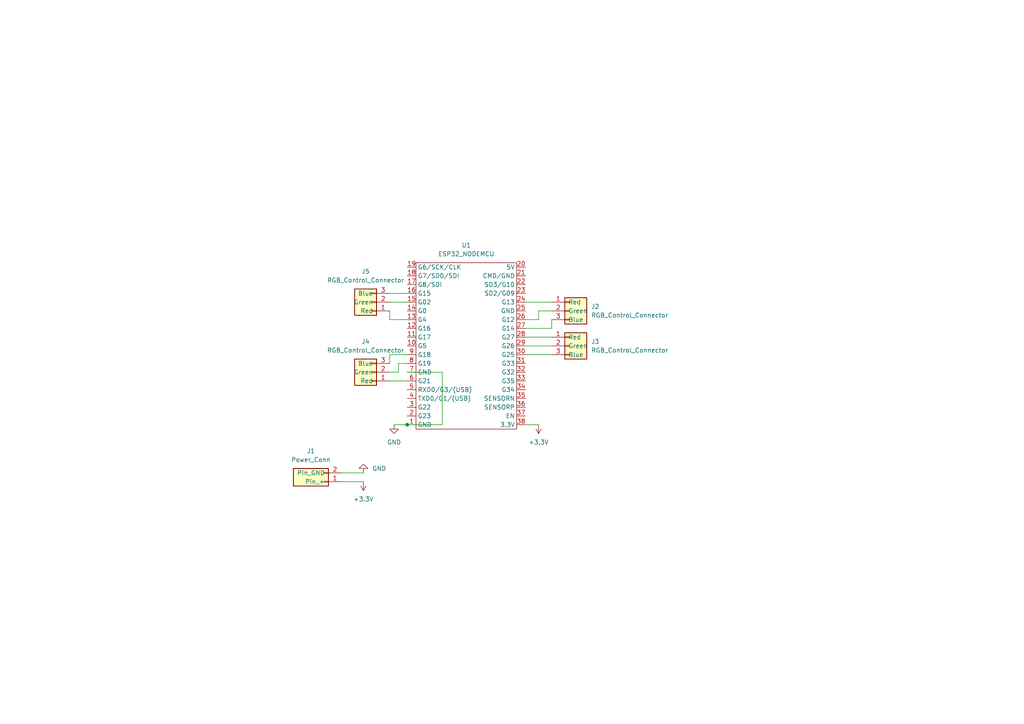
<source format=kicad_sch>
(kicad_sch (version 20211123) (generator eeschema)
  (paper "A4")
  (lib_symbols
    (symbol "AZ_Delivery:ESP32_NODEMCU"
      (property "Reference" "U" (at -8.89 25.4 0))
      (property "Value" "ESP32_NODEMCU" (at 1.27 -25.4 0))
      (symbol "ESP32_NODEMCU_0_1"
        (rectangle (start -15.24 24.13) (end 13.97 -24.13))
      )
      (symbol "ESP32_NODEMCU_1_1"
        (pin power_in line (at -17.78 -22.86 0) (length 2.54) (name "GND") (number "1"))
        (pin bidirectional line (at -17.78 0 0) (length 2.54) (name "G5") (number "10"))
        (pin bidirectional line (at -17.78 2.54 0) (length 2.54) (name "G17") (number "11"))
        (pin bidirectional line (at -17.78 5.08 0) (length 2.54) (name "G16") (number "12"))
        (pin bidirectional line (at -17.78 7.62 0) (length 2.54) (name "G4") (number "13"))
        (pin bidirectional line (at -17.78 10.16 0) (length 2.54) (name "G0") (number "14"))
        (pin bidirectional line (at -17.78 12.7 0) (length 2.54) (name "G02") (number "15"))
        (pin bidirectional line (at -17.78 15.24 0) (length 2.54) (name "G15") (number "16"))
        (pin bidirectional line (at -17.78 17.78 0) (length 2.54) (name "G8/SDI") (number "17"))
        (pin bidirectional line (at -17.78 20.32 0) (length 2.54) (name "G7/SD0/SDI") (number "18"))
        (pin bidirectional line (at -17.78 22.86 0) (length 2.54) (name "G6/SCK/CLK") (number "19"))
        (pin bidirectional line (at -17.78 -20.32 0) (length 2.54) (name "G23") (number "2"))
        (pin power_in line (at 16.51 22.86 180) (length 2.54) (name "5V") (number "20"))
        (pin input line (at 16.51 20.32 180) (length 2.54) (name "CMD/GND") (number "21"))
        (pin bidirectional line (at 16.51 17.78 180) (length 2.54) (name "SD3/G10") (number "22"))
        (pin bidirectional line (at 16.51 15.24 180) (length 2.54) (name "SD2/G09") (number "23"))
        (pin bidirectional line (at 16.51 12.7 180) (length 2.54) (name "G13") (number "24"))
        (pin power_in line (at 16.51 10.16 180) (length 2.54) (name "GND") (number "25"))
        (pin bidirectional line (at 16.51 7.62 180) (length 2.54) (name "G12") (number "26"))
        (pin bidirectional line (at 16.51 5.08 180) (length 2.54) (name "G14") (number "27"))
        (pin bidirectional line (at 16.51 2.54 180) (length 2.54) (name "G27") (number "28"))
        (pin bidirectional line (at 16.51 0 180) (length 2.54) (name "G26") (number "29"))
        (pin bidirectional line (at -17.78 -17.78 0) (length 2.54) (name "G22") (number "3"))
        (pin bidirectional line (at 16.51 -2.54 180) (length 2.54) (name "G25") (number "30"))
        (pin bidirectional line (at 16.51 -5.08 180) (length 2.54) (name "G33") (number "31"))
        (pin bidirectional line (at 16.51 -7.62 180) (length 2.54) (name "G32") (number "32"))
        (pin input line (at 16.51 -10.16 180) (length 2.54) (name "G35") (number "33"))
        (pin input line (at 16.51 -12.7 180) (length 2.54) (name "G34") (number "34"))
        (pin bidirectional line (at 16.51 -15.24 180) (length 2.54) (name "SENSORN") (number "35"))
        (pin bidirectional line (at 16.51 -17.78 180) (length 2.54) (name "SENSORP") (number "36"))
        (pin bidirectional line (at 16.51 -20.32 180) (length 2.54) (name "EN") (number "37"))
        (pin power_in line (at 16.51 -22.86 180) (length 2.54) (name "3.3V") (number "38"))
        (pin bidirectional line (at -17.78 -15.24 0) (length 2.54) (name "TXD0/G1/(USB)") (number "4"))
        (pin bidirectional line (at -17.78 -12.7 0) (length 2.54) (name "RXD0/G3/(USB)") (number "5"))
        (pin bidirectional line (at -17.78 -10.16 0) (length 2.54) (name "G21") (number "6"))
        (pin power_in line (at -17.78 -7.62 0) (length 2.54) (name "GND") (number "7"))
        (pin bidirectional line (at -17.78 -5.08 0) (length 2.54) (name "G19") (number "8"))
        (pin bidirectional line (at -17.78 -2.54 0) (length 2.54) (name "G18") (number "9"))
      )
    )
    (symbol "Connector_Project:Power_Conn" (pin_names (offset 1.016))
      (property "Reference" "J" (at 0 2.54 0))
      (property "Value" "Power_Conn" (at 0 -5.08 0))
      (symbol "Power_Conn_1_1"
        (rectangle (start -1.27 -2.413) (end 0 -2.667) (stroke (width 0.1524)))
        (rectangle (start -1.27 0.127) (end 0 -0.127) (stroke (width 0.1524)))
        (rectangle (start -1.27 1.27) (end 8.89 -3.81) (stroke (width 0.254)) (fill (type background)))
        (pin passive line (at -5.08 0 0) (length 3.81) (name "Pin_+") (number "1"))
        (pin passive line (at -5.08 -2.54 0) (length 3.81) (name "Pin_GND") (number "2"))
      )
    )
    (symbol "Connector_Project:RGB_Control_Connector" (pin_names (offset 1.016))
      (property "Reference" "J" (at 0 5.08 0))
      (property "Value" "RGB_Control_Connector" (at 0 -5.08 0))
      (symbol "RGB_Control_Connector_1_1"
        (rectangle (start -1.27 -2.413) (end 0 -2.667) (stroke (width 0.1524)))
        (rectangle (start -1.27 0.127) (end 0 -0.127) (stroke (width 0.1524)))
        (rectangle (start -1.27 2.667) (end 0 2.413) (stroke (width 0.1524)))
        (rectangle (start -1.27 3.81) (end 5.08 -3.81) (stroke (width 0.254)) (fill (type background)))
        (pin passive line (at -5.08 2.54 0) (length 3.81) (name "Red") (number "1"))
        (pin passive line (at -5.08 0 0) (length 3.81) (name "Green") (number "2"))
        (pin passive line (at -5.08 -2.54 0) (length 3.81) (name "Blue") (number "3"))
      )
    )
    (symbol "power:+3.3V" (power) (pin_names (offset 0))
      (property "Value" "+3.3V" (at 0 3.556 0))
      (symbol "+3.3V_0_1"
        (polyline (pts (xy -0.762 1.27) (xy 0 2.54)))
        (polyline (pts (xy 0 0) (xy 0 2.54)))
        (polyline (pts (xy 0 2.54) (xy 0.762 1.27)))
      )
      (symbol "+3.3V_1_1"
        (pin power_in line (at 0 0 90) (length 0) hide (name "+3.3V") (number "1"))
      )
    )
    (symbol "power:GND" (power) (pin_names (offset 0))
      (property "Value" "GND" (at 0 -3.81 0))
      (symbol "GND_0_1"
        (polyline (pts (xy 0 0) (xy 0 -1.27) (xy 1.27 -1.27) (xy 0 -2.54) (xy -1.27 -1.27) (xy 0 -1.27)))
      )
      (symbol "GND_1_1"
        (pin power_in line (at 0 0 270) (length 0) hide (name "GND") (number "1"))
      )
    )
  )
  (junction (at 118.11 123.19))
  (wire (pts (xy 152.4 123.19) (xy 156.21 123.19)))
  (wire (pts (xy 118.11 105.41) (xy 115.57 105.41)))
  (wire (pts (xy 128.27 123.19) (xy 118.11 123.19)))
  (wire (pts (xy 152.4 87.63) (xy 160.02 87.63)))
  (wire (pts (xy 113.03 85.09) (xy 118.11 85.09)))
  (wire (pts (xy 113.03 110.49) (xy 118.11 110.49)))
  (wire (pts (xy 113.03 107.95) (xy 115.57 107.95)))
  (wire (pts (xy 114.3 123.19) (xy 118.11 123.19)))
  (wire (pts (xy 99.06 137.16) (xy 105.41 137.16)))
  (wire (pts (xy 113.03 102.87) (xy 118.11 102.87)))
  (wire (pts (xy 113.03 87.63) (xy 118.11 87.63)))
  (wire (pts (xy 113.03 92.71) (xy 118.11 92.71)))
  (wire (pts (xy 152.4 102.87) (xy 160.02 102.87)))
  (wire (pts (xy 99.06 139.7) (xy 105.41 139.7)))
  (wire (pts (xy 152.4 97.79) (xy 160.02 97.79)))
  (wire (pts (xy 152.4 92.71) (xy 156.21 92.71)))
  (wire (pts (xy 152.4 100.33) (xy 160.02 100.33)))
  (wire (pts (xy 113.03 90.17) (xy 113.03 92.71)))
  (wire (pts (xy 128.27 107.95) (xy 128.27 123.19)))
  (wire (pts (xy 152.4 95.25) (xy 160.02 95.25)))
  (wire (pts (xy 113.03 105.41) (xy 113.03 102.87)))
  (wire (pts (xy 160.02 92.71) (xy 160.02 95.25)))
  (wire (pts (xy 115.57 105.41) (xy 115.57 107.95)))
  (wire (pts (xy 160.02 90.17) (xy 156.21 90.17)))
  (wire (pts (xy 118.11 107.95) (xy 128.27 107.95)))
  (wire (pts (xy 156.21 90.17) (xy 156.21 92.71)))
  (symbol (lib_id "Connector_Project:RGB_Control_Connector") (at 165.1 90.17 0) (unit 1)
    (property "Reference" "J2" (at 171.45 88.8999 0) (effects (justify left)))
    (property "Value" "RGB_Control_Connector" (at 171.45 91.4399 0) (effects (justify left)))
    (property "Footprint" "Connector_PinHeader_2.54mm:PinHeader_1x03_P2.54mm_Horizontal" (effects hide))
  )
  (symbol (lib_id "AZ_Delivery:ESP32_NODEMCU") (at 135.89 100.33 0) (unit 1)
    (property "Reference" "U1" (at 135.255 71.12 0))
    (property "Value" "ESP32_NODEMCU" (at 135.255 73.66 0))
    (property "Footprint" "AZ_Delivery:ESP32 NODEMCU" (effects hide))
    (property "Datasheet" "https://www.az-delivery.de/en/products/esp32-developmentboard" (effects hide))
  )
  (symbol (lib_id "Connector_Project:Power_Conn") (at 93.98 139.7 180) (unit 1)
    (property "Reference" "J1" (at 90.17 130.81 0))
    (property "Value" "Power_Conn" (at 90.17 133.35 0))
    (property "Footprint" "Connector_PinHeader_2.54mm:PinHeader_1x02_P2.54mm_Horizontal" (effects hide))
  )
  (symbol (lib_id "Connector_Project:RGB_Control_Connector") (at 107.95 87.63 180) (unit 1)
    (property "Reference" "J5" (at 106.045 78.74 0))
    (property "Value" "RGB_Control_Connector" (at 106.045 81.28 0))
    (property "Footprint" "Connector_PinHeader_2.54mm:PinHeader_1x03_P2.54mm_Horizontal" (effects hide))
  )
  (symbol (lib_id "Connector_Project:RGB_Control_Connector") (at 165.1 100.33 0) (unit 1)
    (property "Reference" "J3" (at 171.45 99.0599 0) (effects (justify left)))
    (property "Value" "RGB_Control_Connector" (at 171.45 101.5999 0) (effects (justify left)))
    (property "Footprint" "Connector_PinHeader_2.54mm:PinHeader_1x03_P2.54mm_Horizontal" (effects hide))
  )
  (symbol (lib_id "power:+3.3V") (at 105.41 139.7 180) (unit 1)
    (property "Reference" "#PWR0103" (effects hide))
    (property "Value" "+3.3V" (at 105.41 144.78 0))
  )
  (symbol (lib_id "Connector_Project:RGB_Control_Connector") (at 107.95 107.95 180) (unit 1)
    (property "Reference" "J4" (at 106.045 99.06 0))
    (property "Value" "RGB_Control_Connector" (at 106.045 101.6 0))
    (property "Footprint" "Connector_PinHeader_2.54mm:PinHeader_1x03_P2.54mm_Horizontal" (effects hide))
  )
  (symbol (lib_id "power:GND") (at 114.3 123.19 0) (unit 1)
    (property "Reference" "#PWR0102" (effects hide))
    (property "Value" "GND" (at 114.3 128.27 0))
  )
  (symbol (lib_id "power:GND") (at 105.41 137.16 180) (unit 1)
    (property "Reference" "#PWR0101" (effects hide))
    (property "Value" "GND" (at 107.95 135.8899 0) (effects (justify right)))
  )
  (symbol (lib_id "power:+3.3V") (at 156.21 123.19 180) (unit 1)
    (property "Reference" "#PWR0104" (effects hide))
    (property "Value" "+3.3V" (at 156.21 128.27 0))
  )
)
</source>
